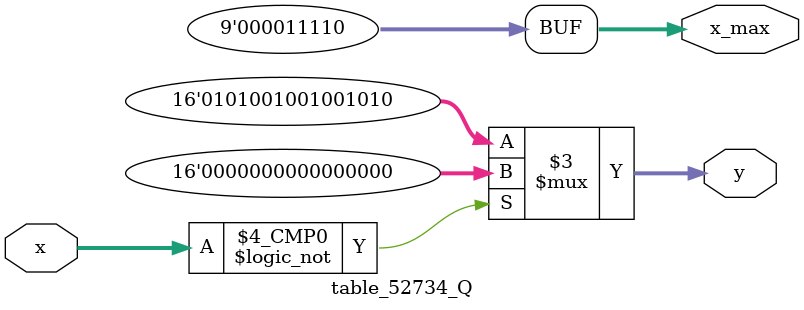
<source format=sv>

module waveform_sel
# (
    parameter clk_mhz    = 50,
              y_width    = 16,         // sound samples resolution, see tone_table.svh
              waveform_width = 4
)
(
    input                         clk,
    input                         reset,
    input                   [2:0] octave,
    input  [waveform_width - 1:0] waveform,
    output [y_width        - 1:0] y
);
    localparam CLK_BIT  =  $clog2 ( clk_mhz - 4 ) + 4; // clk_mhz range (12-19) (20-35) (36-67) (68-131)
    localparam CLK_DIV_DATA_OFFSET = { { CLK_BIT - 2 { 1'b0 } }, 1'b1 };
    
    wire   [y_width - 1:0] tone_y [11:0];
    wire             [8:0] tone_x;
    wire             [8:0] tone_x_max [11:0];

    logic  [CLK_BIT - 1:0] clk_div;
    logic  [          1:0] quadrant; // Quadrant (quarter period)

    logic           [ 8:0] x;        // Current sample
    wire            [ 8:0] x_max;    // Last sample in a quadrant (quarter period)
    logic  [y_width - 1:0] y_mod;

    always_ff @ (posedge clk or posedge reset)
        if (reset) 
            clk_div <= '0;
        else
            clk_div <= clk_div + 1'b1;

    always_ff @ (posedge clk or posedge reset)
        if (reset)
            x <= 9'b1;
        else if (clk_div == CLK_DIV_DATA_OFFSET ) // One sample for L and R audio channels
            x <= (quadrant [0] & (x > 1'b0) | (x >= x_max)) ? (x - 1'b1) : (x + 1'b1);

    always_ff @ (posedge clk or posedge reset)
        if (reset)
            quadrant <= 2'b0;
        else if ((clk_div == CLK_DIV_DATA_OFFSET ) & ((x == x_max) | (x == 9'b0)))
            quadrant <= quadrant + 1'b1;

    assign tone_x = x << octave;
    assign x_max = (waveform [0] || waveform [1] || waveform [2]) ? (tone_x_max [waveform] >> octave) : 9'b1;
    assign y_mod = (waveform [0] || waveform [1] || waveform [2]) ? (tone_y [waveform]) : 16'b0;
    assign y     = (quadrant [1]) ? (~y_mod + 1) : y_mod;

generate

//table_sampling_rate sampling_rate = clk_mhz / 512 (< 36 mhz) / 1024 (36-67 mhz) / 2048 (> 67 mhz)

    if (clk_mhz == 33)
    begin : clk_mhz_33
    table_64453_S  table_64453_S  ( .x(tone_x), .y(tone_y [1] ), .x_max(tone_x_max [1] ));
    table_64453_T  table_64453_T  ( .x(tone_x), .y(tone_y [2] ), .x_max(tone_x_max [2] ));
    table_64453_Q  table_64453_Q  ( .x(tone_x), .y(tone_y [4] ), .x_max(tone_x_max [4] ));
    end
    else if (clk_mhz == 27)
    begin : clk_mhz_27
    table_52734_S  table_52734_S  ( .x(tone_x), .y(tone_y [1] ), .x_max(tone_x_max [1] ));
    table_52734_T  table_52734_T  ( .x(tone_x), .y(tone_y [2] ), .x_max(tone_x_max [2] ));
    table_52734_Q  table_52734_Q  ( .x(tone_x), .y(tone_y [4] ), .x_max(tone_x_max [4] ));
    end
    else
    begin : clk_mhz_50    
    table_48828_S  table_48828_S  ( .x(tone_x), .y(tone_y [1] ), .x_max(tone_x_max [1] ));
    table_48828_T  table_48828_T  ( .x(tone_x), .y(tone_y [2] ), .x_max(tone_x_max [2] ));
    table_48828_Q  table_48828_Q  ( .x(tone_x), .y(tone_y [4] ), .x_max(tone_x_max [4] ));
    end
    
endgenerate

endmodule

module table_48828_S
(
    input        [ 8:0] x,
    output       [ 8:0] x_max,
    output logic [15:0] y
);

    assign x_max = 28;

    always_comb
        case (x)
         0: y = 16'b0000000000000000;
         1: y = 16'b0000010111010000;
         2: y = 16'b0000101110011100;
         3: y = 16'b0001000101011110;
         4: y = 16'b0001011100010010;
         5: y = 16'b0001110010110100;
         6: y = 16'b0010001000111111;
         7: y = 16'b0010011110101101;
         8: y = 16'b0010110011111100;
         9: y = 16'b0011001000100111;
        10: y = 16'b0011011100101010;
        11: y = 16'b0011110000000000;
        12: y = 16'b0100000010100101;
        13: y = 16'b0100010100010111;
        14: y = 16'b0100100101010001;
        15: y = 16'b0100110101001111;
        16: y = 16'b0101000100010000;
        17: y = 16'b0101010010001111;
        18: y = 16'b0101011111001010;
        19: y = 16'b0101101010111111;
        20: y = 16'b0101110101101010;
        21: y = 16'b0101111111001010;
        22: y = 16'b0110000111011101;
        23: y = 16'b0110001110100001;
        24: y = 16'b0110010100010101;
        25: y = 16'b0110011000111000;
        26: y = 16'b0110011100001000;
        27: y = 16'b0110011110000101;
        28: y = 16'b0110011110101111;
        default: y = 16'b0;
        endcase

endmodule

module table_48828_T
(
    input        [ 8:0] x,
    output       [ 8:0] x_max,
    output logic [15:0] y
);

    assign x_max = 28;

    always_comb
        case (x)
         0: y = 16'b0000000000000000;
         1: y = 16'b0000010000011101;
         2: y = 16'b0000100000111011;
         3: y = 16'b0000110001011000;
         4: y = 16'b0001000001110101;
         5: y = 16'b0001010010010010;
         6: y = 16'b0001100010110000;
         7: y = 16'b0001110011001101;
         8: y = 16'b0010000011101010;
         9: y = 16'b0010010100001000;
        10: y = 16'b0010100100100101;
        11: y = 16'b0010110101000010;
        12: y = 16'b0011000101011111;
        13: y = 16'b0011010101111101;
        14: y = 16'b0011100110011010;
        15: y = 16'b0011110110110111;
        16: y = 16'b0100000111010101;
        17: y = 16'b0100010111110010;
        18: y = 16'b0100101000001111;
        19: y = 16'b0100111000101100;
        20: y = 16'b0101001001001010;
        21: y = 16'b0101011001100111;
        22: y = 16'b0101101010000100;
        23: y = 16'b0101111010100010;
        24: y = 16'b0110001010111111;
        25: y = 16'b0110011011011100;
        26: y = 16'b0110101011111001;
        27: y = 16'b0110111100010111;
        28: y = 16'b0111001100110100;
        default: y = 16'b0;
        endcase

endmodule

module table_48828_Q
(
    input        [ 8:0] x,
    output       [ 8:0] x_max,
    output logic [15:0] y
);

    assign x_max = 28;

    always_comb
        case (x)
        0: y = 16'b0000000000000000;
        default: y = 16'b0101001001001010;
        endcase

endmodule

module table_64453_S
(
    input        [ 8:0] x,
    output       [ 8:0] x_max,
    output logic [15:0] y
);

    assign x_max = 37;

    always_comb
        case (x)
         0: y = 16'b0000000000000000;
         1: y = 16'b0000010001100111;
         2: y = 16'b0000100011001011;
         3: y = 16'b0000110100101011;
         4: y = 16'b0001000110000110;
         5: y = 16'b0001010111011000;
         6: y = 16'b0001101000100000;
         7: y = 16'b0001111001011100;
         8: y = 16'b0010001010001010;
         9: y = 16'b0010011010101001;
        10: y = 16'b0010101010110101;
        11: y = 16'b0010111010101110;
        12: y = 16'b0011001010010001;
        13: y = 16'b0011011001011101;
        14: y = 16'b0011101000001111;
        15: y = 16'b0011110110100111;
        16: y = 16'b0100000100100011;
        17: y = 16'b0100010010000000;
        18: y = 16'b0100011110111110;
        19: y = 16'b0100101011011011;
        20: y = 16'b0100110111010101;
        21: y = 16'b0101000010101011;
        22: y = 16'b0101001101011100;
        23: y = 16'b0101010111100111;
        24: y = 16'b0101100001001010;
        25: y = 16'b0101101010000100;
        26: y = 16'b0101110010010101;
        27: y = 16'b0101111001111011;
        28: y = 16'b0110000000110101;
        29: y = 16'b0110000111000011;
        30: y = 16'b0110001100100011;
        31: y = 16'b0110010001010110;
        32: y = 16'b0110010101011011;
        33: y = 16'b0110011000110001;
        34: y = 16'b0110011011011000;
        35: y = 16'b0110011101001111;
        36: y = 16'b0110011110010111;
        37: y = 16'b0110011110101111;
        default: y = 16'b0;
        endcase

endmodule

module table_64453_T
(
    input        [ 8:0] x,
    output       [ 8:0] x_max,
    output logic [15:0] y
);

    assign x_max = 37;

    always_comb
        case (x)
         0: y = 16'b0000000000000000;
         1: y = 16'b0000001100011101;
         2: y = 16'b0000011000111010;
         3: y = 16'b0000100101010111;
         4: y = 16'b0000110001110100;
         5: y = 16'b0000111110010001;
         6: y = 16'b0001001010101110;
         7: y = 16'b0001010111001100;
         8: y = 16'b0001100011101001;
         9: y = 16'b0001110000000110;
        10: y = 16'b0001111100100011;
        11: y = 16'b0010001001000000;
        12: y = 16'b0010010101011101;
        13: y = 16'b0010100001111010;
        14: y = 16'b0010101110010111;
        15: y = 16'b0010111010110100;
        16: y = 16'b0011000111010001;
        17: y = 16'b0011010011101110;
        18: y = 16'b0011100000001011;
        19: y = 16'b0011101100101001;
        20: y = 16'b0011111001000110;
        21: y = 16'b0100000101100011;
        22: y = 16'b0100010010000000;
        23: y = 16'b0100011110011101;
        24: y = 16'b0100101010111010;
        25: y = 16'b0100110111010111;
        26: y = 16'b0101000011110100;
        27: y = 16'b0101010000010001;
        28: y = 16'b0101011100101110;
        29: y = 16'b0101101001001011;
        30: y = 16'b0101110101101000;
        31: y = 16'b0110000010000110;
        32: y = 16'b0110001110100011;
        33: y = 16'b0110011011000000;
        34: y = 16'b0110100111011101;
        35: y = 16'b0110110011111010;
        36: y = 16'b0111000000010111;
        37: y = 16'b0111001100110100;
        default: y = 16'b0;
        endcase

endmodule

module table_64453_Q
(
    input        [ 8:0] x,
    output       [ 8:0] x_max,
    output logic [15:0] y
);

    assign x_max = 37;

    always_comb
        case (x)
        0: y = 16'b0000000000000000;
        default: y = 16'b0101001001001010;
        endcase

endmodule

module table_52734_S
(
    input        [ 8:0] x,
    output       [ 8:0] x_max,
    output logic [15:0] y
);

    assign x_max = 30;

    always_comb
        case (x)
         0: y = 16'b0000000000000000;
         1: y = 16'b0000010101101101;
         2: y = 16'b0000101011010110;
         3: y = 16'b0001000000111000;
         4: y = 16'b0001010110001111;
         5: y = 16'b0001101011010110;
         6: y = 16'b0010000000001010;
         7: y = 16'b0010010100101000;
         8: y = 16'b0010101000101100;
         9: y = 16'b0010111100010010;
        10: y = 16'b0011001111010111;
        11: y = 16'b0011100001111000;
        12: y = 16'b0011110011110001;
        13: y = 16'b0100000101000000;
        14: y = 16'b0100010101100001;
        15: y = 16'b0100100101010001;
        16: y = 16'b0100110100001101;
        17: y = 16'b0101000010010100;
        18: y = 16'b0101001111100010;
        19: y = 16'b0101011011110101;
        20: y = 16'b0101100111001011;
        21: y = 16'b0101110001100010;
        22: y = 16'b0101111010111000;
        23: y = 16'b0110000011001100;
        24: y = 16'b0110001010011100;
        25: y = 16'b0110010000100110;
        26: y = 16'b0110010101101011;
        27: y = 16'b0110011001101000;
        28: y = 16'b0110011100011101;
        29: y = 16'b0110011110001010;
        30: y = 16'b0110011110101111;
        default: y = 16'b0;
        endcase

endmodule

module table_52734_T
(
    input        [ 8:0] x,
    output       [ 8:0] x_max,
    output logic [15:0] y
);

    assign x_max = 30;

    always_comb
        case (x)
         0: y = 16'b0000000000000000;
         1: y = 16'b0000001111010111;
         2: y = 16'b0000011110101110;
         3: y = 16'b0000101110000101;
         4: y = 16'b0000111101011100;
         5: y = 16'b0001001100110011;
         6: y = 16'b0001011100001010;
         7: y = 16'b0001101011100001;
         8: y = 16'b0001111010111001;
         9: y = 16'b0010001010010000;
        10: y = 16'b0010011001100111;
        11: y = 16'b0010101000111110;
        12: y = 16'b0010111000010101;
        13: y = 16'b0011000111101100;
        14: y = 16'b0011010111000011;
        15: y = 16'b0011100110011010;
        16: y = 16'b0011110101110001;
        17: y = 16'b0100000101001000;
        18: y = 16'b0100010100011111;
        19: y = 16'b0100100011110110;
        20: y = 16'b0100110011001101;
        21: y = 16'b0101000010100100;
        22: y = 16'b0101010001111011;
        23: y = 16'b0101100001010011;
        24: y = 16'b0101110000101010;
        25: y = 16'b0110000000000001;
        26: y = 16'b0110001111011000;
        27: y = 16'b0110011110101111;
        28: y = 16'b0110101110000110;
        29: y = 16'b0110111101011101;
        30: y = 16'b0111001100110100;
        default: y = 16'b0;
        endcase

endmodule

module table_52734_Q
(
    input        [ 8:0] x,
    output       [ 8:0] x_max,
    output logic [15:0] y
);

    assign x_max = 30;

    always_comb
        case (x)
        0: y = 16'b0000000000000000;
        default: y = 16'b0101001001001010;
        endcase

endmodule
</source>
